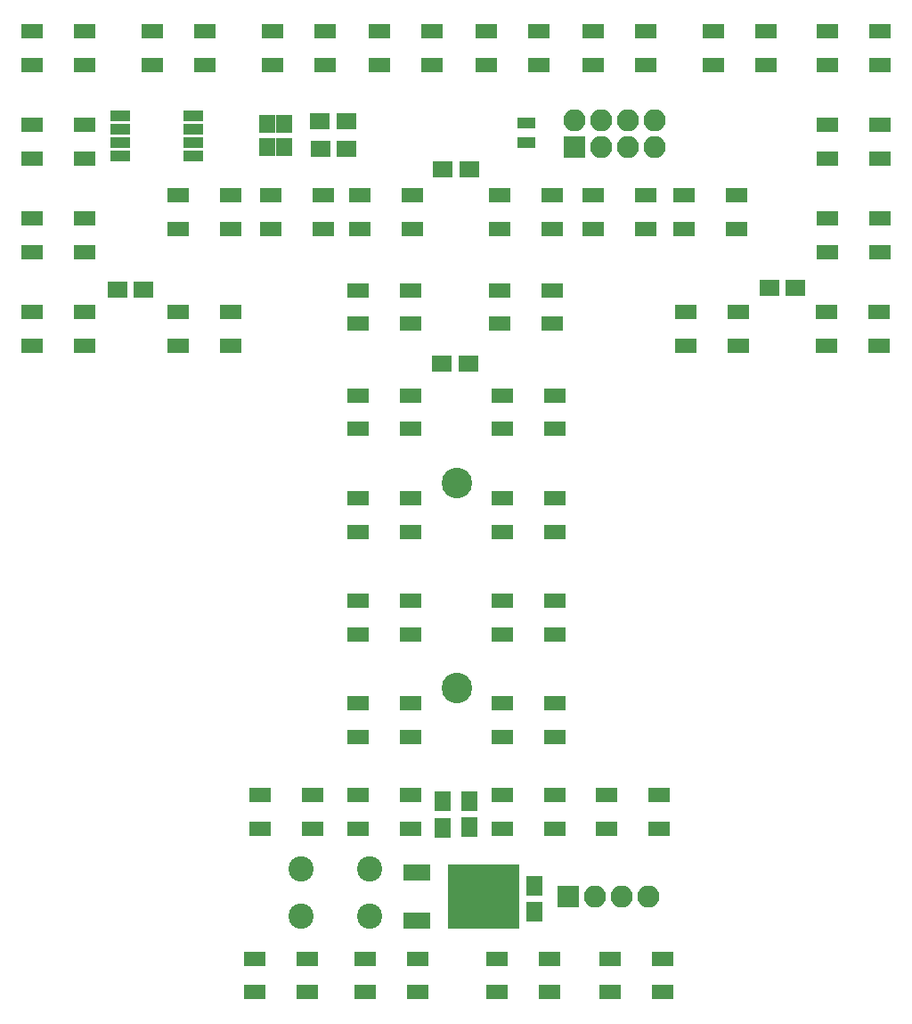
<source format=gbr>
G04 #@! TF.GenerationSoftware,KiCad,Pcbnew,(5.0.0)*
G04 #@! TF.CreationDate,2019-03-24T20:36:13-04:00*
G04 #@! TF.ProjectId,WS2812B Tiny T,575332383132422054696E7920542E6B,rev?*
G04 #@! TF.SameCoordinates,Original*
G04 #@! TF.FileFunction,Soldermask,Top*
G04 #@! TF.FilePolarity,Negative*
%FSLAX46Y46*%
G04 Gerber Fmt 4.6, Leading zero omitted, Abs format (unit mm)*
G04 Created by KiCad (PCBNEW (5.0.0)) date 03/24/19 20:36:13*
%MOMM*%
%LPD*%
G01*
G04 APERTURE LIST*
%ADD10C,2.900000*%
%ADD11R,2.000000X1.400000*%
%ADD12R,1.900000X1.650000*%
%ADD13R,1.650000X1.900000*%
%ADD14O,2.100000X2.100000*%
%ADD15R,2.100000X2.100000*%
%ADD16C,2.400000*%
%ADD17R,6.800000X6.200000*%
%ADD18R,2.600000X1.600000*%
%ADD19R,1.700000X1.100000*%
%ADD20R,1.950000X1.000000*%
%ADD21R,1.550000X1.800000*%
G04 APERTURE END LIST*
D10*
G04 #@! TO.C,J1*
X127512000Y-121412000D03*
X127512000Y-101912000D03*
G04 #@! TD*
D11*
G04 #@! TO.C,U1*
X87162000Y-85712500D03*
X87162000Y-88912500D03*
X92162000Y-85712500D03*
X92162000Y-88912500D03*
G04 #@! TD*
G04 #@! TO.C,U2*
X92162000Y-80022500D03*
X92162000Y-76822500D03*
X87162000Y-80022500D03*
X87162000Y-76822500D03*
G04 #@! TD*
G04 #@! TO.C,U3*
X87162000Y-67932500D03*
X87162000Y-71132500D03*
X92162000Y-67932500D03*
X92162000Y-71132500D03*
G04 #@! TD*
G04 #@! TO.C,U4*
X92162000Y-62242500D03*
X92162000Y-59042500D03*
X87162000Y-62242500D03*
X87162000Y-59042500D03*
G04 #@! TD*
G04 #@! TO.C,U5*
X98592000Y-59042500D03*
X98592000Y-62242500D03*
X103592000Y-59042500D03*
X103592000Y-62242500D03*
G04 #@! TD*
G04 #@! TO.C,U6*
X115022000Y-62242500D03*
X115022000Y-59042500D03*
X110022000Y-62242500D03*
X110022000Y-59042500D03*
G04 #@! TD*
G04 #@! TO.C,U7*
X120182000Y-59042500D03*
X120182000Y-62242500D03*
X125182000Y-59042500D03*
X125182000Y-62242500D03*
G04 #@! TD*
G04 #@! TO.C,U8*
X135342000Y-62242500D03*
X135342000Y-59042500D03*
X130342000Y-62242500D03*
X130342000Y-59042500D03*
G04 #@! TD*
G04 #@! TO.C,U9*
X140462000Y-59042500D03*
X140462000Y-62242500D03*
X145462000Y-59042500D03*
X145462000Y-62242500D03*
G04 #@! TD*
G04 #@! TO.C,U10*
X156932000Y-62242500D03*
X156932000Y-59042500D03*
X151932000Y-62242500D03*
X151932000Y-59042500D03*
G04 #@! TD*
G04 #@! TO.C,U11*
X162727000Y-59042500D03*
X162727000Y-62242500D03*
X167727000Y-59042500D03*
X167727000Y-62242500D03*
G04 #@! TD*
G04 #@! TO.C,U12*
X167727000Y-71132500D03*
X167727000Y-67932500D03*
X162727000Y-71132500D03*
X162727000Y-67932500D03*
G04 #@! TD*
G04 #@! TO.C,U13*
X162727000Y-76822500D03*
X162727000Y-80022500D03*
X167727000Y-76822500D03*
X167727000Y-80022500D03*
G04 #@! TD*
G04 #@! TO.C,U15*
X154301000Y-88912500D03*
X154301000Y-85712500D03*
X149301000Y-88912500D03*
X149301000Y-85712500D03*
G04 #@! TD*
G04 #@! TO.C,U16*
X149098000Y-74622500D03*
X149098000Y-77822500D03*
X154098000Y-74622500D03*
X154098000Y-77822500D03*
G04 #@! TD*
G04 #@! TO.C,U17*
X145502000Y-77822500D03*
X145502000Y-74622500D03*
X140502000Y-77822500D03*
X140502000Y-74622500D03*
G04 #@! TD*
G04 #@! TO.C,U18*
X131612000Y-74622500D03*
X131612000Y-77822500D03*
X136612000Y-74622500D03*
X136612000Y-77822500D03*
G04 #@! TD*
G04 #@! TO.C,U19*
X136612000Y-86822500D03*
X136612000Y-83622500D03*
X131612000Y-86822500D03*
X131612000Y-83622500D03*
G04 #@! TD*
G04 #@! TO.C,U20*
X131812000Y-93622500D03*
X131812000Y-96822500D03*
X136812000Y-93622500D03*
X136812000Y-96822500D03*
G04 #@! TD*
G04 #@! TO.C,U21*
X131812000Y-103372500D03*
X131812000Y-106572500D03*
X136812000Y-103372500D03*
X136812000Y-106572500D03*
G04 #@! TD*
G04 #@! TO.C,U22*
X136812000Y-116322500D03*
X136812000Y-113122500D03*
X131812000Y-116322500D03*
X131812000Y-113122500D03*
G04 #@! TD*
G04 #@! TO.C,U23*
X131812000Y-122872500D03*
X131812000Y-126072500D03*
X136812000Y-122872500D03*
X136812000Y-126072500D03*
G04 #@! TD*
G04 #@! TO.C,U24*
X136812000Y-134822500D03*
X136812000Y-131622500D03*
X131812000Y-134822500D03*
X131812000Y-131622500D03*
G04 #@! TD*
G04 #@! TO.C,U25*
X141772000Y-131622500D03*
X141772000Y-134822500D03*
X146772000Y-131622500D03*
X146772000Y-134822500D03*
G04 #@! TD*
G04 #@! TO.C,U26*
X147062000Y-150322500D03*
X147062000Y-147122500D03*
X142062000Y-150322500D03*
X142062000Y-147122500D03*
G04 #@! TD*
G04 #@! TO.C,U27*
X131312000Y-147122500D03*
X131312000Y-150322500D03*
X136312000Y-147122500D03*
X136312000Y-150322500D03*
G04 #@! TD*
G04 #@! TO.C,U28*
X123812000Y-150322500D03*
X123812000Y-147122500D03*
X118812000Y-150322500D03*
X118812000Y-147122500D03*
G04 #@! TD*
G04 #@! TO.C,U29*
X108312000Y-147122500D03*
X108312000Y-150322500D03*
X113312000Y-147122500D03*
X113312000Y-150322500D03*
G04 #@! TD*
G04 #@! TO.C,U30*
X113812000Y-134822500D03*
X113812000Y-131622500D03*
X108812000Y-134822500D03*
X108812000Y-131622500D03*
G04 #@! TD*
G04 #@! TO.C,U31*
X118142000Y-131622500D03*
X118142000Y-134822500D03*
X123142000Y-131622500D03*
X123142000Y-134822500D03*
G04 #@! TD*
G04 #@! TO.C,U32*
X123142000Y-126072500D03*
X123142000Y-122872500D03*
X118142000Y-126072500D03*
X118142000Y-122872500D03*
G04 #@! TD*
G04 #@! TO.C,U33*
X118142000Y-113122500D03*
X118142000Y-116322500D03*
X123142000Y-113122500D03*
X123142000Y-116322500D03*
G04 #@! TD*
G04 #@! TO.C,U34*
X123142000Y-106572500D03*
X123142000Y-103372500D03*
X118142000Y-106572500D03*
X118142000Y-103372500D03*
G04 #@! TD*
G04 #@! TO.C,U35*
X118142000Y-93622500D03*
X118142000Y-96822500D03*
X123142000Y-93622500D03*
X123142000Y-96822500D03*
G04 #@! TD*
G04 #@! TO.C,U36*
X123142000Y-86822500D03*
X123142000Y-83622500D03*
X118142000Y-86822500D03*
X118142000Y-83622500D03*
G04 #@! TD*
G04 #@! TO.C,U37*
X118312000Y-74622500D03*
X118312000Y-77822500D03*
X123312000Y-74622500D03*
X123312000Y-77822500D03*
G04 #@! TD*
G04 #@! TO.C,U38*
X114812000Y-77822500D03*
X114812000Y-74622500D03*
X109812000Y-77822500D03*
X109812000Y-74622500D03*
G04 #@! TD*
G04 #@! TO.C,U39*
X101062000Y-74622500D03*
X101062000Y-77822500D03*
X106062000Y-74622500D03*
X106062000Y-77822500D03*
G04 #@! TD*
G04 #@! TO.C,U14*
X162687000Y-85712500D03*
X162687000Y-88912500D03*
X167687000Y-85712500D03*
X167687000Y-88912500D03*
G04 #@! TD*
D12*
G04 #@! TO.C,C1*
X114554000Y-70231000D03*
X117054000Y-70231000D03*
G04 #@! TD*
G04 #@! TO.C,C2*
X116990500Y-67564000D03*
X114490500Y-67564000D03*
G04 #@! TD*
D13*
G04 #@! TO.C,C3*
X134874000Y-140195500D03*
X134874000Y-142695500D03*
G04 #@! TD*
D12*
G04 #@! TO.C,C4*
X128687000Y-72174100D03*
X126187000Y-72174100D03*
G04 #@! TD*
G04 #@! TO.C,C5*
X97770000Y-83553300D03*
X95270000Y-83553300D03*
G04 #@! TD*
G04 #@! TO.C,C6*
X128626000Y-90614500D03*
X126126000Y-90614500D03*
G04 #@! TD*
G04 #@! TO.C,C7*
X157246000Y-83400900D03*
X159746000Y-83400900D03*
G04 #@! TD*
D13*
G04 #@! TO.C,C8*
X126187000Y-134688500D03*
X126187000Y-132188500D03*
G04 #@! TD*
G04 #@! TO.C,C9*
X128701000Y-132169500D03*
X128701000Y-134669500D03*
G04 #@! TD*
D14*
G04 #@! TO.C,J2*
X145732000Y-141222500D03*
X143192000Y-141222500D03*
X140652000Y-141222500D03*
D15*
X138112000Y-141222500D03*
G04 #@! TD*
D11*
G04 #@! TO.C,U40*
X101062000Y-85722500D03*
X101062000Y-88922500D03*
X106062000Y-85722500D03*
X106062000Y-88922500D03*
G04 #@! TD*
D16*
G04 #@! TO.C,SW1*
X119212000Y-138622500D03*
X119212000Y-143122500D03*
X112712000Y-138622500D03*
X112712000Y-143122500D03*
G04 #@! TD*
D17*
G04 #@! TO.C,U41*
X130048000Y-141211500D03*
D18*
X123748000Y-143491500D03*
X123748000Y-138931500D03*
G04 #@! TD*
D14*
G04 #@! TO.C,J3*
X146300000Y-67453500D03*
X146300000Y-69993500D03*
X143760000Y-67453500D03*
X143760000Y-69993500D03*
X141220000Y-67453500D03*
X141220000Y-69993500D03*
X138680000Y-67453500D03*
D15*
X138680000Y-69993500D03*
G04 #@! TD*
D19*
G04 #@! TO.C,R1*
X134112000Y-69603700D03*
X134112000Y-67703700D03*
G04 #@! TD*
D20*
G04 #@! TO.C,MCU1*
X102489000Y-70866000D03*
X102489000Y-69596000D03*
X102489000Y-68326000D03*
X102489000Y-67056000D03*
X95489000Y-67056000D03*
X95489000Y-68326000D03*
X95489000Y-69596000D03*
X95489000Y-70861000D03*
G04 #@! TD*
D21*
G04 #@! TO.C,Y1*
X109537500Y-70018000D03*
X109537500Y-67818000D03*
X111137500Y-67818000D03*
X111137500Y-70018000D03*
G04 #@! TD*
M02*

</source>
